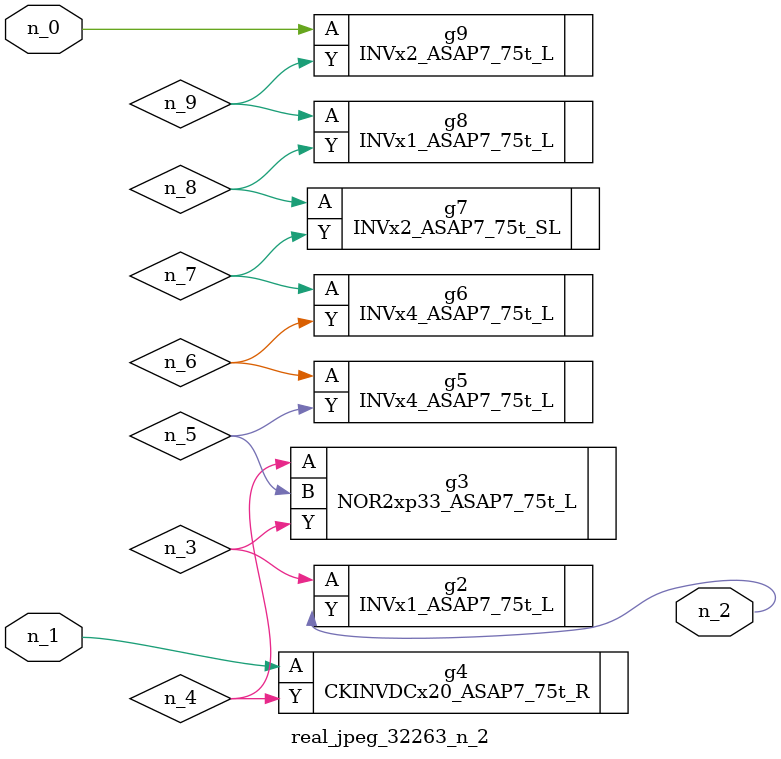
<source format=v>
module real_jpeg_32263_n_2 (n_1, n_0, n_2);

input n_1;
input n_0;

output n_2;

wire n_5;
wire n_4;
wire n_8;
wire n_6;
wire n_7;
wire n_3;
wire n_9;

INVx2_ASAP7_75t_L g9 ( 
.A(n_0),
.Y(n_9)
);

CKINVDCx20_ASAP7_75t_R g4 ( 
.A(n_1),
.Y(n_4)
);

INVx1_ASAP7_75t_L g2 ( 
.A(n_3),
.Y(n_2)
);

NOR2xp33_ASAP7_75t_L g3 ( 
.A(n_4),
.B(n_5),
.Y(n_3)
);

INVx4_ASAP7_75t_L g5 ( 
.A(n_6),
.Y(n_5)
);

INVx4_ASAP7_75t_L g6 ( 
.A(n_7),
.Y(n_6)
);

INVx2_ASAP7_75t_SL g7 ( 
.A(n_8),
.Y(n_7)
);

INVx1_ASAP7_75t_L g8 ( 
.A(n_9),
.Y(n_8)
);


endmodule
</source>
